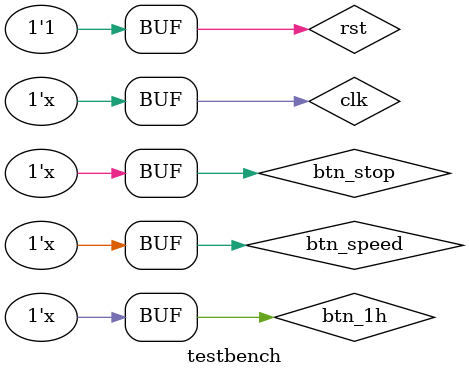
<source format=v>
`timescale 1us / 1ns

module testbench();
reg clk;
reg rst;
reg btn_speed;
reg btn_1h;
reg btn_stop;
wire LCD_E, LCD_RS, LCD_RW;
wire [7:0] LCD_DATA;

wire [3:0] led_red;
wire [3:0] led_yellow;
wire [3:0] led_green;
wire [3:0] led_left;
wire [3:0] led_walk_red;
wire [3:0] led_walk_green;
//clock
wire [5:0] hours;
wire [5:0] minutes;
wire [5:0] seconds;

clock ck11(clk,rst, btn_speed,btn_1h, hours,minutes,seconds);

text_LCD_basic t1(rst, clk, btn_speed, btn_1h,btn_stop, LCD_E, LCD_RS, LCD_RW, LCD_DATA
,led_red,led_yellow,led_green,led_left,led_walk_red,led_walk_green);

initial begin
    clk = 0;
    rst = 0;
    btn_speed = 0;
    btn_1h = 0;
    btn_stop = 0;
    #4 rst = 1;
end

always begin
    #0.5 clk <= ~clk; //period is 1us
end    
// #1 == 1us

always begin
    #24 //delay
    #50000 btn_speed <= ~btn_speed;
    #50000 btn_speed <= ~btn_speed;
    #50000 btn_1h <= ~btn_1h;
    #50000 btn_1h <= ~btn_1h;
    #50000 btn_stop <= ~btn_stop;
    #50000 btn_stop <= ~btn_stop;
end
endmodule
</source>
